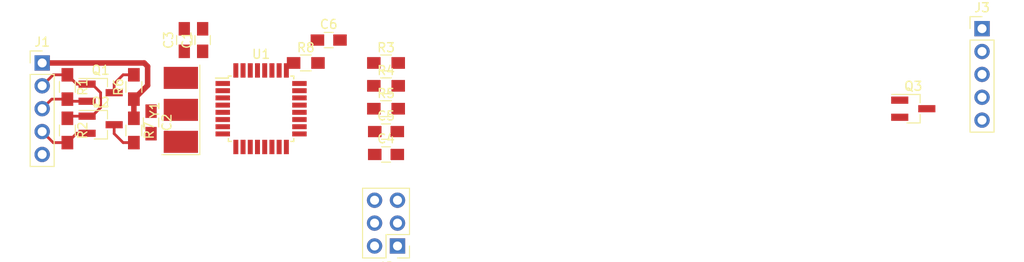
<source format=kicad_pcb>
(kicad_pcb (version 4) (host pcbnew 4.0.7-e2-6376~58~ubuntu16.04.1)

  (general
    (links 56)
    (no_connects 44)
    (area 0 0 0 0)
    (thickness 1.6)
    (drawings 4)
    (tracks 29)
    (zones 0)
    (modules 22)
    (nets 33)
  )

  (page A4)
  (layers
    (0 F.Cu signal)
    (31 B.Cu signal)
    (32 B.Adhes user hide)
    (33 F.Adhes user hide)
    (34 B.Paste user hide)
    (35 F.Paste user hide)
    (36 B.SilkS user hide)
    (37 F.SilkS user hide)
    (38 B.Mask user)
    (39 F.Mask user)
    (40 Dwgs.User user)
    (41 Cmts.User user)
    (42 Eco1.User user)
    (43 Eco2.User user)
    (44 Edge.Cuts user)
    (45 Margin user)
    (46 B.CrtYd user)
    (47 F.CrtYd user)
    (48 B.Fab user)
    (49 F.Fab user)
  )

  (setup
    (last_trace_width 0.1524)
    (trace_clearance 0.1524)
    (zone_clearance 0.1524)
    (zone_45_only no)
    (trace_min 0.1524)
    (segment_width 0.2)
    (edge_width 0.15)
    (via_size 0.6858)
    (via_drill 0.3302)
    (via_min_size 0.6858)
    (via_min_drill 0.3302)
    (uvia_size 0.6858)
    (uvia_drill 0.3302)
    (uvias_allowed no)
    (uvia_min_size 0)
    (uvia_min_drill 0)
    (pcb_text_width 0.3)
    (pcb_text_size 1.5 1.5)
    (mod_edge_width 0.15)
    (mod_text_size 1 1)
    (mod_text_width 0.15)
    (pad_size 1.524 1.524)
    (pad_drill 0.762)
    (pad_to_mask_clearance 0.0508)
    (aux_axis_origin 0 0)
    (visible_elements FFFFFF5F)
    (pcbplotparams
      (layerselection 0x00030_80000001)
      (usegerberextensions false)
      (excludeedgelayer true)
      (linewidth 0.100000)
      (plotframeref false)
      (viasonmask false)
      (mode 1)
      (useauxorigin false)
      (hpglpennumber 1)
      (hpglpenspeed 20)
      (hpglpendiameter 15)
      (hpglpenoverlay 2)
      (psnegative false)
      (psa4output false)
      (plotreference true)
      (plotvalue true)
      (plotinvisibletext false)
      (padsonsilk false)
      (subtractmaskfromsilk false)
      (outputformat 1)
      (mirror false)
      (drillshape 1)
      (scaleselection 1)
      (outputdirectory ""))
  )

  (net 0 "")
  (net 1 +5V)
  (net 2 GND)
  (net 3 "Net-(C5-Pad1)")
  (net 4 RESET)
  (net 5 VCC)
  (net 6 SDA_L)
  (net 7 SCL_L)
  (net 8 MISO)
  (net 9 SCK)
  (net 10 MOSI)
  (net 11 CO)
  (net 12 NH3)
  (net 13 NO2)
  (net 14 +5VA)
  (net 15 SDA_H)
  (net 16 SCL_H)
  (net 17 HEATER_EN)
  (net 18 "Net-(U1-Pad1)")
  (net 19 "Net-(U1-Pad2)")
  (net 20 "Net-(U1-Pad9)")
  (net 21 "Net-(U1-Pad10)")
  (net 22 "Net-(U1-Pad11)")
  (net 23 "Net-(U1-Pad13)")
  (net 24 "Net-(U1-Pad14)")
  (net 25 "Net-(U1-Pad19)")
  (net 26 "Net-(U1-Pad22)")
  (net 27 "Net-(U1-Pad26)")
  (net 28 "Net-(U1-Pad30)")
  (net 29 "Net-(U1-Pad31)")
  (net 30 "Net-(U1-Pad32)")
  (net 31 "Net-(U1-Pad7)")
  (net 32 "Net-(U1-Pad8)")

  (net_class Default "Dies ist die voreingestellte Netzklasse."
    (clearance 0.1524)
    (trace_width 0.1524)
    (via_dia 0.6858)
    (via_drill 0.3302)
    (uvia_dia 0.6858)
    (uvia_drill 0.3302)
    (add_net "Net-(C5-Pad1)")
    (add_net "Net-(U1-Pad1)")
    (add_net "Net-(U1-Pad10)")
    (add_net "Net-(U1-Pad11)")
    (add_net "Net-(U1-Pad13)")
    (add_net "Net-(U1-Pad14)")
    (add_net "Net-(U1-Pad19)")
    (add_net "Net-(U1-Pad2)")
    (add_net "Net-(U1-Pad22)")
    (add_net "Net-(U1-Pad26)")
    (add_net "Net-(U1-Pad30)")
    (add_net "Net-(U1-Pad31)")
    (add_net "Net-(U1-Pad32)")
    (add_net "Net-(U1-Pad7)")
    (add_net "Net-(U1-Pad8)")
    (add_net "Net-(U1-Pad9)")
  )

  (net_class Power ""
    (clearance 0.1524)
    (trace_width 0.6096)
    (via_dia 0.6858)
    (via_drill 0.3302)
    (uvia_dia 0.6858)
    (uvia_drill 0.3302)
    (add_net +5V)
    (add_net +5VA)
    (add_net GND)
  )

  (net_class Signal ""
    (clearance 0.1524)
    (trace_width 0.3048)
    (via_dia 0.6858)
    (via_drill 0.3302)
    (uvia_dia 0.6858)
    (uvia_drill 0.3302)
    (add_net CO)
    (add_net HEATER_EN)
    (add_net MISO)
    (add_net MOSI)
    (add_net NH3)
    (add_net NO2)
    (add_net RESET)
    (add_net SCK)
    (add_net SCL_H)
    (add_net SCL_L)
    (add_net SDA_H)
    (add_net SDA_L)
    (add_net VCC)
  )

  (module Capacitors_SMD:C_0805_HandSoldering (layer F.Cu) (tedit 5A861DA6) (tstamp 5A8619DB)
    (at 111.76 95.25 90)
    (descr "Capacitor SMD 0805, hand soldering")
    (tags "capacitor 0805")
    (path /5A870CE1)
    (attr smd)
    (fp_text reference C1 (at 0 -1.75 270) (layer F.SilkS)
      (effects (font (size 1 1) (thickness 0.15)))
    )
    (fp_text value 100n (at 0 1.75 90) (layer F.Fab)
      (effects (font (size 1 1) (thickness 0.15)))
    )
    (fp_text user %R (at 0 -1.75 90) (layer F.Fab)
      (effects (font (size 1 1) (thickness 0.15)))
    )
    (fp_line (start -1 0.62) (end -1 -0.62) (layer F.Fab) (width 0.1))
    (fp_line (start 1 0.62) (end -1 0.62) (layer F.Fab) (width 0.1))
    (fp_line (start 1 -0.62) (end 1 0.62) (layer F.Fab) (width 0.1))
    (fp_line (start -1 -0.62) (end 1 -0.62) (layer F.Fab) (width 0.1))
    (fp_line (start 0.5 -0.85) (end -0.5 -0.85) (layer F.SilkS) (width 0.12))
    (fp_line (start -0.5 0.85) (end 0.5 0.85) (layer F.SilkS) (width 0.12))
    (fp_line (start -2.25 -0.88) (end 2.25 -0.88) (layer F.CrtYd) (width 0.05))
    (fp_line (start -2.25 -0.88) (end -2.25 0.87) (layer F.CrtYd) (width 0.05))
    (fp_line (start 2.25 0.87) (end 2.25 -0.88) (layer F.CrtYd) (width 0.05))
    (fp_line (start 2.25 0.87) (end -2.25 0.87) (layer F.CrtYd) (width 0.05))
    (pad 1 smd rect (at -1.25 0 90) (size 1.5 1.25) (layers F.Cu F.Paste F.Mask)
      (net 1 +5V))
    (pad 2 smd rect (at 1.25 0 90) (size 1.5 1.25) (layers F.Cu F.Paste F.Mask)
      (net 2 GND))
    (model Capacitors_SMD.3dshapes/C_0805.wrl
      (at (xyz 0 0 0))
      (scale (xyz 1 1 1))
      (rotate (xyz 0 0 0))
    )
  )

  (module Capacitors_SMD:C_0805_HandSoldering (layer F.Cu) (tedit 58AA84A8) (tstamp 5A8619E1)
    (at 106.045 104.394 270)
    (descr "Capacitor SMD 0805, hand soldering")
    (tags "capacitor 0805")
    (path /5A86C618)
    (attr smd)
    (fp_text reference C2 (at 0 -1.75 270) (layer F.SilkS)
      (effects (font (size 1 1) (thickness 0.15)))
    )
    (fp_text value 100n (at 0 1.75 270) (layer F.Fab)
      (effects (font (size 1 1) (thickness 0.15)))
    )
    (fp_text user %R (at 0 -1.75 270) (layer F.Fab)
      (effects (font (size 1 1) (thickness 0.15)))
    )
    (fp_line (start -1 0.62) (end -1 -0.62) (layer F.Fab) (width 0.1))
    (fp_line (start 1 0.62) (end -1 0.62) (layer F.Fab) (width 0.1))
    (fp_line (start 1 -0.62) (end 1 0.62) (layer F.Fab) (width 0.1))
    (fp_line (start -1 -0.62) (end 1 -0.62) (layer F.Fab) (width 0.1))
    (fp_line (start 0.5 -0.85) (end -0.5 -0.85) (layer F.SilkS) (width 0.12))
    (fp_line (start -0.5 0.85) (end 0.5 0.85) (layer F.SilkS) (width 0.12))
    (fp_line (start -2.25 -0.88) (end 2.25 -0.88) (layer F.CrtYd) (width 0.05))
    (fp_line (start -2.25 -0.88) (end -2.25 0.87) (layer F.CrtYd) (width 0.05))
    (fp_line (start 2.25 0.87) (end 2.25 -0.88) (layer F.CrtYd) (width 0.05))
    (fp_line (start 2.25 0.87) (end -2.25 0.87) (layer F.CrtYd) (width 0.05))
    (pad 1 smd rect (at -1.25 0 270) (size 1.5 1.25) (layers F.Cu F.Paste F.Mask)
      (net 1 +5V))
    (pad 2 smd rect (at 1.25 0 270) (size 1.5 1.25) (layers F.Cu F.Paste F.Mask)
      (net 2 GND))
    (model Capacitors_SMD.3dshapes/C_0805.wrl
      (at (xyz 0 0 0))
      (scale (xyz 1 1 1))
      (rotate (xyz 0 0 0))
    )
  )

  (module Capacitors_SMD:C_0805_HandSoldering (layer F.Cu) (tedit 58AA84A8) (tstamp 5A8619E7)
    (at 109.728 95.25 90)
    (descr "Capacitor SMD 0805, hand soldering")
    (tags "capacitor 0805")
    (path /5A870BB7)
    (attr smd)
    (fp_text reference C3 (at 0 -1.75 90) (layer F.SilkS)
      (effects (font (size 1 1) (thickness 0.15)))
    )
    (fp_text value 10n (at 0 1.75 90) (layer F.Fab)
      (effects (font (size 1 1) (thickness 0.15)))
    )
    (fp_text user %R (at 0 -1.75 90) (layer F.Fab)
      (effects (font (size 1 1) (thickness 0.15)))
    )
    (fp_line (start -1 0.62) (end -1 -0.62) (layer F.Fab) (width 0.1))
    (fp_line (start 1 0.62) (end -1 0.62) (layer F.Fab) (width 0.1))
    (fp_line (start 1 -0.62) (end 1 0.62) (layer F.Fab) (width 0.1))
    (fp_line (start -1 -0.62) (end 1 -0.62) (layer F.Fab) (width 0.1))
    (fp_line (start 0.5 -0.85) (end -0.5 -0.85) (layer F.SilkS) (width 0.12))
    (fp_line (start -0.5 0.85) (end 0.5 0.85) (layer F.SilkS) (width 0.12))
    (fp_line (start -2.25 -0.88) (end 2.25 -0.88) (layer F.CrtYd) (width 0.05))
    (fp_line (start -2.25 -0.88) (end -2.25 0.87) (layer F.CrtYd) (width 0.05))
    (fp_line (start 2.25 0.87) (end 2.25 -0.88) (layer F.CrtYd) (width 0.05))
    (fp_line (start 2.25 0.87) (end -2.25 0.87) (layer F.CrtYd) (width 0.05))
    (pad 1 smd rect (at -1.25 0 90) (size 1.5 1.25) (layers F.Cu F.Paste F.Mask)
      (net 1 +5V))
    (pad 2 smd rect (at 1.25 0 90) (size 1.5 1.25) (layers F.Cu F.Paste F.Mask)
      (net 2 GND))
    (model Capacitors_SMD.3dshapes/C_0805.wrl
      (at (xyz 0 0 0))
      (scale (xyz 1 1 1))
      (rotate (xyz 0 0 0))
    )
  )

  (module Capacitors_SMD:C_0805_HandSoldering (layer F.Cu) (tedit 58AA84A8) (tstamp 5A8619ED)
    (at 132.08 107.95)
    (descr "Capacitor SMD 0805, hand soldering")
    (tags "capacitor 0805")
    (path /5A871135)
    (attr smd)
    (fp_text reference C4 (at 0 -1.75) (layer F.SilkS)
      (effects (font (size 1 1) (thickness 0.15)))
    )
    (fp_text value 100n (at 0 1.75) (layer F.Fab)
      (effects (font (size 1 1) (thickness 0.15)))
    )
    (fp_text user %R (at 0 -1.75) (layer F.Fab)
      (effects (font (size 1 1) (thickness 0.15)))
    )
    (fp_line (start -1 0.62) (end -1 -0.62) (layer F.Fab) (width 0.1))
    (fp_line (start 1 0.62) (end -1 0.62) (layer F.Fab) (width 0.1))
    (fp_line (start 1 -0.62) (end 1 0.62) (layer F.Fab) (width 0.1))
    (fp_line (start -1 -0.62) (end 1 -0.62) (layer F.Fab) (width 0.1))
    (fp_line (start 0.5 -0.85) (end -0.5 -0.85) (layer F.SilkS) (width 0.12))
    (fp_line (start -0.5 0.85) (end 0.5 0.85) (layer F.SilkS) (width 0.12))
    (fp_line (start -2.25 -0.88) (end 2.25 -0.88) (layer F.CrtYd) (width 0.05))
    (fp_line (start -2.25 -0.88) (end -2.25 0.87) (layer F.CrtYd) (width 0.05))
    (fp_line (start 2.25 0.87) (end 2.25 -0.88) (layer F.CrtYd) (width 0.05))
    (fp_line (start 2.25 0.87) (end -2.25 0.87) (layer F.CrtYd) (width 0.05))
    (pad 1 smd rect (at -1.25 0) (size 1.5 1.25) (layers F.Cu F.Paste F.Mask)
      (net 1 +5V))
    (pad 2 smd rect (at 1.25 0) (size 1.5 1.25) (layers F.Cu F.Paste F.Mask)
      (net 2 GND))
    (model Capacitors_SMD.3dshapes/C_0805.wrl
      (at (xyz 0 0 0))
      (scale (xyz 1 1 1))
      (rotate (xyz 0 0 0))
    )
  )

  (module Capacitors_SMD:C_0805_HandSoldering (layer F.Cu) (tedit 58AA84A8) (tstamp 5A8619F3)
    (at 132.08 105.41)
    (descr "Capacitor SMD 0805, hand soldering")
    (tags "capacitor 0805")
    (path /5A86EB3D)
    (attr smd)
    (fp_text reference C5 (at 0 -1.75) (layer F.SilkS)
      (effects (font (size 1 1) (thickness 0.15)))
    )
    (fp_text value 100n (at 0 1.75) (layer F.Fab)
      (effects (font (size 1 1) (thickness 0.15)))
    )
    (fp_text user %R (at 0 -1.75) (layer F.Fab)
      (effects (font (size 1 1) (thickness 0.15)))
    )
    (fp_line (start -1 0.62) (end -1 -0.62) (layer F.Fab) (width 0.1))
    (fp_line (start 1 0.62) (end -1 0.62) (layer F.Fab) (width 0.1))
    (fp_line (start 1 -0.62) (end 1 0.62) (layer F.Fab) (width 0.1))
    (fp_line (start -1 -0.62) (end 1 -0.62) (layer F.Fab) (width 0.1))
    (fp_line (start 0.5 -0.85) (end -0.5 -0.85) (layer F.SilkS) (width 0.12))
    (fp_line (start -0.5 0.85) (end 0.5 0.85) (layer F.SilkS) (width 0.12))
    (fp_line (start -2.25 -0.88) (end 2.25 -0.88) (layer F.CrtYd) (width 0.05))
    (fp_line (start -2.25 -0.88) (end -2.25 0.87) (layer F.CrtYd) (width 0.05))
    (fp_line (start 2.25 0.87) (end 2.25 -0.88) (layer F.CrtYd) (width 0.05))
    (fp_line (start 2.25 0.87) (end -2.25 0.87) (layer F.CrtYd) (width 0.05))
    (pad 1 smd rect (at -1.25 0) (size 1.5 1.25) (layers F.Cu F.Paste F.Mask)
      (net 3 "Net-(C5-Pad1)"))
    (pad 2 smd rect (at 1.25 0) (size 1.5 1.25) (layers F.Cu F.Paste F.Mask)
      (net 2 GND))
    (model Capacitors_SMD.3dshapes/C_0805.wrl
      (at (xyz 0 0 0))
      (scale (xyz 1 1 1))
      (rotate (xyz 0 0 0))
    )
  )

  (module Capacitors_SMD:C_0805_HandSoldering (layer F.Cu) (tedit 58AA84A8) (tstamp 5A8619F9)
    (at 125.73 95.25)
    (descr "Capacitor SMD 0805, hand soldering")
    (tags "capacitor 0805")
    (path /5A87D267)
    (attr smd)
    (fp_text reference C6 (at 0 -1.75) (layer F.SilkS)
      (effects (font (size 1 1) (thickness 0.15)))
    )
    (fp_text value 100n (at 0 1.75) (layer F.Fab)
      (effects (font (size 1 1) (thickness 0.15)))
    )
    (fp_text user %R (at 0 -1.75) (layer F.Fab)
      (effects (font (size 1 1) (thickness 0.15)))
    )
    (fp_line (start -1 0.62) (end -1 -0.62) (layer F.Fab) (width 0.1))
    (fp_line (start 1 0.62) (end -1 0.62) (layer F.Fab) (width 0.1))
    (fp_line (start 1 -0.62) (end 1 0.62) (layer F.Fab) (width 0.1))
    (fp_line (start -1 -0.62) (end 1 -0.62) (layer F.Fab) (width 0.1))
    (fp_line (start 0.5 -0.85) (end -0.5 -0.85) (layer F.SilkS) (width 0.12))
    (fp_line (start -0.5 0.85) (end 0.5 0.85) (layer F.SilkS) (width 0.12))
    (fp_line (start -2.25 -0.88) (end 2.25 -0.88) (layer F.CrtYd) (width 0.05))
    (fp_line (start -2.25 -0.88) (end -2.25 0.87) (layer F.CrtYd) (width 0.05))
    (fp_line (start 2.25 0.87) (end 2.25 -0.88) (layer F.CrtYd) (width 0.05))
    (fp_line (start 2.25 0.87) (end -2.25 0.87) (layer F.CrtYd) (width 0.05))
    (pad 1 smd rect (at -1.25 0) (size 1.5 1.25) (layers F.Cu F.Paste F.Mask)
      (net 4 RESET))
    (pad 2 smd rect (at 1.25 0) (size 1.5 1.25) (layers F.Cu F.Paste F.Mask)
      (net 2 GND))
    (model Capacitors_SMD.3dshapes/C_0805.wrl
      (at (xyz 0 0 0))
      (scale (xyz 1 1 1))
      (rotate (xyz 0 0 0))
    )
  )

  (module Pin_Headers:Pin_Header_Straight_2x03_Pitch2.54mm (layer F.Cu) (tedit 59650532) (tstamp 5A861A18)
    (at 133.35 118.11 180)
    (descr "Through hole straight pin header, 2x03, 2.54mm pitch, double rows")
    (tags "Through hole pin header THT 2x03 2.54mm double row")
    (path /5A865637)
    (fp_text reference J2 (at 1.27 -2.33 180) (layer F.SilkS)
      (effects (font (size 1 1) (thickness 0.15)))
    )
    (fp_text value ICSP1 (at 1.27 7.41 180) (layer F.Fab)
      (effects (font (size 1 1) (thickness 0.15)))
    )
    (fp_line (start 0 -1.27) (end 3.81 -1.27) (layer F.Fab) (width 0.1))
    (fp_line (start 3.81 -1.27) (end 3.81 6.35) (layer F.Fab) (width 0.1))
    (fp_line (start 3.81 6.35) (end -1.27 6.35) (layer F.Fab) (width 0.1))
    (fp_line (start -1.27 6.35) (end -1.27 0) (layer F.Fab) (width 0.1))
    (fp_line (start -1.27 0) (end 0 -1.27) (layer F.Fab) (width 0.1))
    (fp_line (start -1.33 6.41) (end 3.87 6.41) (layer F.SilkS) (width 0.12))
    (fp_line (start -1.33 1.27) (end -1.33 6.41) (layer F.SilkS) (width 0.12))
    (fp_line (start 3.87 -1.33) (end 3.87 6.41) (layer F.SilkS) (width 0.12))
    (fp_line (start -1.33 1.27) (end 1.27 1.27) (layer F.SilkS) (width 0.12))
    (fp_line (start 1.27 1.27) (end 1.27 -1.33) (layer F.SilkS) (width 0.12))
    (fp_line (start 1.27 -1.33) (end 3.87 -1.33) (layer F.SilkS) (width 0.12))
    (fp_line (start -1.33 0) (end -1.33 -1.33) (layer F.SilkS) (width 0.12))
    (fp_line (start -1.33 -1.33) (end 0 -1.33) (layer F.SilkS) (width 0.12))
    (fp_line (start -1.8 -1.8) (end -1.8 6.85) (layer F.CrtYd) (width 0.05))
    (fp_line (start -1.8 6.85) (end 4.35 6.85) (layer F.CrtYd) (width 0.05))
    (fp_line (start 4.35 6.85) (end 4.35 -1.8) (layer F.CrtYd) (width 0.05))
    (fp_line (start 4.35 -1.8) (end -1.8 -1.8) (layer F.CrtYd) (width 0.05))
    (fp_text user %R (at 1.27 2.54 270) (layer F.Fab)
      (effects (font (size 1 1) (thickness 0.15)))
    )
    (pad 1 thru_hole rect (at 0 0 180) (size 1.7 1.7) (drill 1) (layers *.Cu *.Mask)
      (net 8 MISO))
    (pad 2 thru_hole oval (at 2.54 0 180) (size 1.7 1.7) (drill 1) (layers *.Cu *.Mask)
      (net 1 +5V))
    (pad 3 thru_hole oval (at 0 2.54 180) (size 1.7 1.7) (drill 1) (layers *.Cu *.Mask)
      (net 9 SCK))
    (pad 4 thru_hole oval (at 2.54 2.54 180) (size 1.7 1.7) (drill 1) (layers *.Cu *.Mask)
      (net 10 MOSI))
    (pad 5 thru_hole oval (at 0 5.08 180) (size 1.7 1.7) (drill 1) (layers *.Cu *.Mask)
      (net 4 RESET))
    (pad 6 thru_hole oval (at 2.54 5.08 180) (size 1.7 1.7) (drill 1) (layers *.Cu *.Mask)
      (net 2 GND))
    (model ${KISYS3DMOD}/Pin_Headers.3dshapes/Pin_Header_Straight_2x03_Pitch2.54mm.wrl
      (at (xyz 0 0 0))
      (scale (xyz 1 1 1))
      (rotate (xyz 0 0 0))
    )
  )

  (module Socket_Strips:Socket_Strip_Straight_1x05_Pitch2.54mm (layer F.Cu) (tedit 58CD5446) (tstamp 5A861A21)
    (at 198.12 93.98)
    (descr "Through hole straight socket strip, 1x05, 2.54mm pitch, single row")
    (tags "Through hole socket strip THT 1x05 2.54mm single row")
    (path /5A85F1CF)
    (fp_text reference J3 (at 0 -2.33) (layer F.SilkS)
      (effects (font (size 1 1) (thickness 0.15)))
    )
    (fp_text value Conn_01x05 (at 0 12.49) (layer F.Fab)
      (effects (font (size 1 1) (thickness 0.15)))
    )
    (fp_line (start -1.27 -1.27) (end -1.27 11.43) (layer F.Fab) (width 0.1))
    (fp_line (start -1.27 11.43) (end 1.27 11.43) (layer F.Fab) (width 0.1))
    (fp_line (start 1.27 11.43) (end 1.27 -1.27) (layer F.Fab) (width 0.1))
    (fp_line (start 1.27 -1.27) (end -1.27 -1.27) (layer F.Fab) (width 0.1))
    (fp_line (start -1.33 1.27) (end -1.33 11.49) (layer F.SilkS) (width 0.12))
    (fp_line (start -1.33 11.49) (end 1.33 11.49) (layer F.SilkS) (width 0.12))
    (fp_line (start 1.33 11.49) (end 1.33 1.27) (layer F.SilkS) (width 0.12))
    (fp_line (start 1.33 1.27) (end -1.33 1.27) (layer F.SilkS) (width 0.12))
    (fp_line (start -1.33 0) (end -1.33 -1.33) (layer F.SilkS) (width 0.12))
    (fp_line (start -1.33 -1.33) (end 0 -1.33) (layer F.SilkS) (width 0.12))
    (fp_line (start -1.8 -1.8) (end -1.8 11.95) (layer F.CrtYd) (width 0.05))
    (fp_line (start -1.8 11.95) (end 1.8 11.95) (layer F.CrtYd) (width 0.05))
    (fp_line (start 1.8 11.95) (end 1.8 -1.8) (layer F.CrtYd) (width 0.05))
    (fp_line (start 1.8 -1.8) (end -1.8 -1.8) (layer F.CrtYd) (width 0.05))
    (fp_text user %R (at 0 -2.33) (layer F.Fab)
      (effects (font (size 1 1) (thickness 0.15)))
    )
    (pad 1 thru_hole rect (at 0 0) (size 1.7 1.7) (drill 1) (layers *.Cu *.Mask)
      (net 11 CO))
    (pad 2 thru_hole oval (at 0 2.54) (size 1.7 1.7) (drill 1) (layers *.Cu *.Mask)
      (net 12 NH3))
    (pad 3 thru_hole oval (at 0 5.08) (size 1.7 1.7) (drill 1) (layers *.Cu *.Mask)
      (net 13 NO2))
    (pad 4 thru_hole oval (at 0 7.62) (size 1.7 1.7) (drill 1) (layers *.Cu *.Mask)
      (net 14 +5VA))
    (pad 5 thru_hole oval (at 0 10.16) (size 1.7 1.7) (drill 1) (layers *.Cu *.Mask)
      (net 2 GND))
    (model ${KISYS3DMOD}/Socket_Strips.3dshapes/Socket_Strip_Straight_1x05_Pitch2.54mm.wrl
      (at (xyz 0 -0.2 0))
      (scale (xyz 1 1 1))
      (rotate (xyz 0 0 270))
    )
  )

  (module TO_SOT_Packages_SMD:SOT-23_Handsoldering (layer F.Cu) (tedit 58CE4E7E) (tstamp 5A861A28)
    (at 100.457 101.092)
    (descr "SOT-23, Handsoldering")
    (tags SOT-23)
    (path /5A8607AE)
    (attr smd)
    (fp_text reference Q1 (at 0 -2.5) (layer F.SilkS)
      (effects (font (size 1 1) (thickness 0.15)))
    )
    (fp_text value BSS138 (at 0 2.5) (layer F.Fab)
      (effects (font (size 1 1) (thickness 0.15)))
    )
    (fp_text user %R (at 0 0 90) (layer F.Fab)
      (effects (font (size 0.5 0.5) (thickness 0.075)))
    )
    (fp_line (start 0.76 1.58) (end 0.76 0.65) (layer F.SilkS) (width 0.12))
    (fp_line (start 0.76 -1.58) (end 0.76 -0.65) (layer F.SilkS) (width 0.12))
    (fp_line (start -2.7 -1.75) (end 2.7 -1.75) (layer F.CrtYd) (width 0.05))
    (fp_line (start 2.7 -1.75) (end 2.7 1.75) (layer F.CrtYd) (width 0.05))
    (fp_line (start 2.7 1.75) (end -2.7 1.75) (layer F.CrtYd) (width 0.05))
    (fp_line (start -2.7 1.75) (end -2.7 -1.75) (layer F.CrtYd) (width 0.05))
    (fp_line (start 0.76 -1.58) (end -2.4 -1.58) (layer F.SilkS) (width 0.12))
    (fp_line (start -0.7 -0.95) (end -0.7 1.5) (layer F.Fab) (width 0.1))
    (fp_line (start -0.15 -1.52) (end 0.7 -1.52) (layer F.Fab) (width 0.1))
    (fp_line (start -0.7 -0.95) (end -0.15 -1.52) (layer F.Fab) (width 0.1))
    (fp_line (start 0.7 -1.52) (end 0.7 1.52) (layer F.Fab) (width 0.1))
    (fp_line (start -0.7 1.52) (end 0.7 1.52) (layer F.Fab) (width 0.1))
    (fp_line (start 0.76 1.58) (end -0.7 1.58) (layer F.SilkS) (width 0.12))
    (pad 1 smd rect (at -1.5 -0.95) (size 1.9 0.8) (layers F.Cu F.Paste F.Mask)
      (net 5 VCC))
    (pad 2 smd rect (at -1.5 0.95) (size 1.9 0.8) (layers F.Cu F.Paste F.Mask)
      (net 6 SDA_L))
    (pad 3 smd rect (at 1.5 0) (size 1.9 0.8) (layers F.Cu F.Paste F.Mask)
      (net 15 SDA_H))
    (model ${KISYS3DMOD}/TO_SOT_Packages_SMD.3dshapes\SOT-23.wrl
      (at (xyz 0 0 0))
      (scale (xyz 1 1 1))
      (rotate (xyz 0 0 0))
    )
  )

  (module TO_SOT_Packages_SMD:SOT-23_Handsoldering (layer F.Cu) (tedit 58CE4E7E) (tstamp 5A861A2F)
    (at 100.457 104.648)
    (descr "SOT-23, Handsoldering")
    (tags SOT-23)
    (path /5A860837)
    (attr smd)
    (fp_text reference Q2 (at 0 -2.5) (layer F.SilkS)
      (effects (font (size 1 1) (thickness 0.15)))
    )
    (fp_text value BSS138 (at 0 2.5) (layer F.Fab)
      (effects (font (size 1 1) (thickness 0.15)))
    )
    (fp_text user %R (at 0 0 90) (layer F.Fab)
      (effects (font (size 0.5 0.5) (thickness 0.075)))
    )
    (fp_line (start 0.76 1.58) (end 0.76 0.65) (layer F.SilkS) (width 0.12))
    (fp_line (start 0.76 -1.58) (end 0.76 -0.65) (layer F.SilkS) (width 0.12))
    (fp_line (start -2.7 -1.75) (end 2.7 -1.75) (layer F.CrtYd) (width 0.05))
    (fp_line (start 2.7 -1.75) (end 2.7 1.75) (layer F.CrtYd) (width 0.05))
    (fp_line (start 2.7 1.75) (end -2.7 1.75) (layer F.CrtYd) (width 0.05))
    (fp_line (start -2.7 1.75) (end -2.7 -1.75) (layer F.CrtYd) (width 0.05))
    (fp_line (start 0.76 -1.58) (end -2.4 -1.58) (layer F.SilkS) (width 0.12))
    (fp_line (start -0.7 -0.95) (end -0.7 1.5) (layer F.Fab) (width 0.1))
    (fp_line (start -0.15 -1.52) (end 0.7 -1.52) (layer F.Fab) (width 0.1))
    (fp_line (start -0.7 -0.95) (end -0.15 -1.52) (layer F.Fab) (width 0.1))
    (fp_line (start 0.7 -1.52) (end 0.7 1.52) (layer F.Fab) (width 0.1))
    (fp_line (start -0.7 1.52) (end 0.7 1.52) (layer F.Fab) (width 0.1))
    (fp_line (start 0.76 1.58) (end -0.7 1.58) (layer F.SilkS) (width 0.12))
    (pad 1 smd rect (at -1.5 -0.95) (size 1.9 0.8) (layers F.Cu F.Paste F.Mask)
      (net 5 VCC))
    (pad 2 smd rect (at -1.5 0.95) (size 1.9 0.8) (layers F.Cu F.Paste F.Mask)
      (net 7 SCL_L))
    (pad 3 smd rect (at 1.5 0) (size 1.9 0.8) (layers F.Cu F.Paste F.Mask)
      (net 16 SCL_H))
    (model ${KISYS3DMOD}/TO_SOT_Packages_SMD.3dshapes\SOT-23.wrl
      (at (xyz 0 0 0))
      (scale (xyz 1 1 1))
      (rotate (xyz 0 0 0))
    )
  )

  (module TO_SOT_Packages_SMD:SOT-23_Handsoldering (layer F.Cu) (tedit 58CE4E7E) (tstamp 5A861A36)
    (at 190.5 102.87)
    (descr "SOT-23, Handsoldering")
    (tags SOT-23)
    (path /5A875453)
    (attr smd)
    (fp_text reference Q3 (at 0 -2.5) (layer F.SilkS)
      (effects (font (size 1 1) (thickness 0.15)))
    )
    (fp_text value Si2301 (at 0 2.5) (layer F.Fab)
      (effects (font (size 1 1) (thickness 0.15)))
    )
    (fp_text user %R (at 0 0 90) (layer F.Fab)
      (effects (font (size 0.5 0.5) (thickness 0.075)))
    )
    (fp_line (start 0.76 1.58) (end 0.76 0.65) (layer F.SilkS) (width 0.12))
    (fp_line (start 0.76 -1.58) (end 0.76 -0.65) (layer F.SilkS) (width 0.12))
    (fp_line (start -2.7 -1.75) (end 2.7 -1.75) (layer F.CrtYd) (width 0.05))
    (fp_line (start 2.7 -1.75) (end 2.7 1.75) (layer F.CrtYd) (width 0.05))
    (fp_line (start 2.7 1.75) (end -2.7 1.75) (layer F.CrtYd) (width 0.05))
    (fp_line (start -2.7 1.75) (end -2.7 -1.75) (layer F.CrtYd) (width 0.05))
    (fp_line (start 0.76 -1.58) (end -2.4 -1.58) (layer F.SilkS) (width 0.12))
    (fp_line (start -0.7 -0.95) (end -0.7 1.5) (layer F.Fab) (width 0.1))
    (fp_line (start -0.15 -1.52) (end 0.7 -1.52) (layer F.Fab) (width 0.1))
    (fp_line (start -0.7 -0.95) (end -0.15 -1.52) (layer F.Fab) (width 0.1))
    (fp_line (start 0.7 -1.52) (end 0.7 1.52) (layer F.Fab) (width 0.1))
    (fp_line (start -0.7 1.52) (end 0.7 1.52) (layer F.Fab) (width 0.1))
    (fp_line (start 0.76 1.58) (end -0.7 1.58) (layer F.SilkS) (width 0.12))
    (pad 1 smd rect (at -1.5 -0.95) (size 1.9 0.8) (layers F.Cu F.Paste F.Mask)
      (net 17 HEATER_EN))
    (pad 2 smd rect (at -1.5 0.95) (size 1.9 0.8) (layers F.Cu F.Paste F.Mask)
      (net 1 +5V))
    (pad 3 smd rect (at 1.5 0) (size 1.9 0.8) (layers F.Cu F.Paste F.Mask)
      (net 14 +5VA))
    (model ${KISYS3DMOD}/TO_SOT_Packages_SMD.3dshapes\SOT-23.wrl
      (at (xyz 0 0 0))
      (scale (xyz 1 1 1))
      (rotate (xyz 0 0 0))
    )
  )

  (module Resistors_SMD:R_0805_HandSoldering (layer F.Cu) (tedit 58E0A804) (tstamp 5A861A3C)
    (at 96.774 100.457 270)
    (descr "Resistor SMD 0805, hand soldering")
    (tags "resistor 0805")
    (path /5A860C70)
    (attr smd)
    (fp_text reference R1 (at 0 -1.7 270) (layer F.SilkS)
      (effects (font (size 1 1) (thickness 0.15)))
    )
    (fp_text value 10k (at 0 1.75 270) (layer F.Fab)
      (effects (font (size 1 1) (thickness 0.15)))
    )
    (fp_text user %R (at 0 0 270) (layer F.Fab)
      (effects (font (size 0.5 0.5) (thickness 0.075)))
    )
    (fp_line (start -1 0.62) (end -1 -0.62) (layer F.Fab) (width 0.1))
    (fp_line (start 1 0.62) (end -1 0.62) (layer F.Fab) (width 0.1))
    (fp_line (start 1 -0.62) (end 1 0.62) (layer F.Fab) (width 0.1))
    (fp_line (start -1 -0.62) (end 1 -0.62) (layer F.Fab) (width 0.1))
    (fp_line (start 0.6 0.88) (end -0.6 0.88) (layer F.SilkS) (width 0.12))
    (fp_line (start -0.6 -0.88) (end 0.6 -0.88) (layer F.SilkS) (width 0.12))
    (fp_line (start -2.35 -0.9) (end 2.35 -0.9) (layer F.CrtYd) (width 0.05))
    (fp_line (start -2.35 -0.9) (end -2.35 0.9) (layer F.CrtYd) (width 0.05))
    (fp_line (start 2.35 0.9) (end 2.35 -0.9) (layer F.CrtYd) (width 0.05))
    (fp_line (start 2.35 0.9) (end -2.35 0.9) (layer F.CrtYd) (width 0.05))
    (pad 1 smd rect (at -1.35 0 270) (size 1.5 1.3) (layers F.Cu F.Paste F.Mask)
      (net 5 VCC))
    (pad 2 smd rect (at 1.35 0 270) (size 1.5 1.3) (layers F.Cu F.Paste F.Mask)
      (net 6 SDA_L))
    (model ${KISYS3DMOD}/Resistors_SMD.3dshapes/R_0805.wrl
      (at (xyz 0 0 0))
      (scale (xyz 1 1 1))
      (rotate (xyz 0 0 0))
    )
  )

  (module Resistors_SMD:R_0805_HandSoldering (layer F.Cu) (tedit 58E0A804) (tstamp 5A861A42)
    (at 96.774 105.283 270)
    (descr "Resistor SMD 0805, hand soldering")
    (tags "resistor 0805")
    (path /5A860CDF)
    (attr smd)
    (fp_text reference R2 (at 0 -1.7 270) (layer F.SilkS)
      (effects (font (size 1 1) (thickness 0.15)))
    )
    (fp_text value 10k (at 0 1.75 270) (layer F.Fab)
      (effects (font (size 1 1) (thickness 0.15)))
    )
    (fp_text user %R (at 0 0 270) (layer F.Fab)
      (effects (font (size 0.5 0.5) (thickness 0.075)))
    )
    (fp_line (start -1 0.62) (end -1 -0.62) (layer F.Fab) (width 0.1))
    (fp_line (start 1 0.62) (end -1 0.62) (layer F.Fab) (width 0.1))
    (fp_line (start 1 -0.62) (end 1 0.62) (layer F.Fab) (width 0.1))
    (fp_line (start -1 -0.62) (end 1 -0.62) (layer F.Fab) (width 0.1))
    (fp_line (start 0.6 0.88) (end -0.6 0.88) (layer F.SilkS) (width 0.12))
    (fp_line (start -0.6 -0.88) (end 0.6 -0.88) (layer F.SilkS) (width 0.12))
    (fp_line (start -2.35 -0.9) (end 2.35 -0.9) (layer F.CrtYd) (width 0.05))
    (fp_line (start -2.35 -0.9) (end -2.35 0.9) (layer F.CrtYd) (width 0.05))
    (fp_line (start 2.35 0.9) (end 2.35 -0.9) (layer F.CrtYd) (width 0.05))
    (fp_line (start 2.35 0.9) (end -2.35 0.9) (layer F.CrtYd) (width 0.05))
    (pad 1 smd rect (at -1.35 0 270) (size 1.5 1.3) (layers F.Cu F.Paste F.Mask)
      (net 5 VCC))
    (pad 2 smd rect (at 1.35 0 270) (size 1.5 1.3) (layers F.Cu F.Paste F.Mask)
      (net 7 SCL_L))
    (model ${KISYS3DMOD}/Resistors_SMD.3dshapes/R_0805.wrl
      (at (xyz 0 0 0))
      (scale (xyz 1 1 1))
      (rotate (xyz 0 0 0))
    )
  )

  (module Resistors_SMD:R_0805_HandSoldering (layer F.Cu) (tedit 58E0A804) (tstamp 5A861A48)
    (at 132.08 97.79)
    (descr "Resistor SMD 0805, hand soldering")
    (tags "resistor 0805")
    (path /5A872A50)
    (attr smd)
    (fp_text reference R3 (at 0 -1.7) (layer F.SilkS)
      (effects (font (size 1 1) (thickness 0.15)))
    )
    (fp_text value 10k (at 0 1.75) (layer F.Fab)
      (effects (font (size 1 1) (thickness 0.15)))
    )
    (fp_text user %R (at 0 0) (layer F.Fab)
      (effects (font (size 0.5 0.5) (thickness 0.075)))
    )
    (fp_line (start -1 0.62) (end -1 -0.62) (layer F.Fab) (width 0.1))
    (fp_line (start 1 0.62) (end -1 0.62) (layer F.Fab) (width 0.1))
    (fp_line (start 1 -0.62) (end 1 0.62) (layer F.Fab) (width 0.1))
    (fp_line (start -1 -0.62) (end 1 -0.62) (layer F.Fab) (width 0.1))
    (fp_line (start 0.6 0.88) (end -0.6 0.88) (layer F.SilkS) (width 0.12))
    (fp_line (start -0.6 -0.88) (end 0.6 -0.88) (layer F.SilkS) (width 0.12))
    (fp_line (start -2.35 -0.9) (end 2.35 -0.9) (layer F.CrtYd) (width 0.05))
    (fp_line (start -2.35 -0.9) (end -2.35 0.9) (layer F.CrtYd) (width 0.05))
    (fp_line (start 2.35 0.9) (end 2.35 -0.9) (layer F.CrtYd) (width 0.05))
    (fp_line (start 2.35 0.9) (end -2.35 0.9) (layer F.CrtYd) (width 0.05))
    (pad 1 smd rect (at -1.35 0) (size 1.5 1.3) (layers F.Cu F.Paste F.Mask)
      (net 13 NO2))
    (pad 2 smd rect (at 1.35 0) (size 1.5 1.3) (layers F.Cu F.Paste F.Mask)
      (net 1 +5V))
    (model ${KISYS3DMOD}/Resistors_SMD.3dshapes/R_0805.wrl
      (at (xyz 0 0 0))
      (scale (xyz 1 1 1))
      (rotate (xyz 0 0 0))
    )
  )

  (module Resistors_SMD:R_0805_HandSoldering (layer F.Cu) (tedit 58E0A804) (tstamp 5A861A4E)
    (at 132.08 100.33)
    (descr "Resistor SMD 0805, hand soldering")
    (tags "resistor 0805")
    (path /5A872CF7)
    (attr smd)
    (fp_text reference R4 (at 0 -1.7) (layer F.SilkS)
      (effects (font (size 1 1) (thickness 0.15)))
    )
    (fp_text value 560k (at 0 1.75) (layer F.Fab)
      (effects (font (size 1 1) (thickness 0.15)))
    )
    (fp_text user %R (at 0 0) (layer F.Fab)
      (effects (font (size 0.5 0.5) (thickness 0.075)))
    )
    (fp_line (start -1 0.62) (end -1 -0.62) (layer F.Fab) (width 0.1))
    (fp_line (start 1 0.62) (end -1 0.62) (layer F.Fab) (width 0.1))
    (fp_line (start 1 -0.62) (end 1 0.62) (layer F.Fab) (width 0.1))
    (fp_line (start -1 -0.62) (end 1 -0.62) (layer F.Fab) (width 0.1))
    (fp_line (start 0.6 0.88) (end -0.6 0.88) (layer F.SilkS) (width 0.12))
    (fp_line (start -0.6 -0.88) (end 0.6 -0.88) (layer F.SilkS) (width 0.12))
    (fp_line (start -2.35 -0.9) (end 2.35 -0.9) (layer F.CrtYd) (width 0.05))
    (fp_line (start -2.35 -0.9) (end -2.35 0.9) (layer F.CrtYd) (width 0.05))
    (fp_line (start 2.35 0.9) (end 2.35 -0.9) (layer F.CrtYd) (width 0.05))
    (fp_line (start 2.35 0.9) (end -2.35 0.9) (layer F.CrtYd) (width 0.05))
    (pad 1 smd rect (at -1.35 0) (size 1.5 1.3) (layers F.Cu F.Paste F.Mask)
      (net 11 CO))
    (pad 2 smd rect (at 1.35 0) (size 1.5 1.3) (layers F.Cu F.Paste F.Mask)
      (net 1 +5V))
    (model ${KISYS3DMOD}/Resistors_SMD.3dshapes/R_0805.wrl
      (at (xyz 0 0 0))
      (scale (xyz 1 1 1))
      (rotate (xyz 0 0 0))
    )
  )

  (module Resistors_SMD:R_0805_HandSoldering (layer F.Cu) (tedit 58E0A804) (tstamp 5A861A54)
    (at 132.08 102.87)
    (descr "Resistor SMD 0805, hand soldering")
    (tags "resistor 0805")
    (path /5A872D91)
    (attr smd)
    (fp_text reference R5 (at 0 -1.7) (layer F.SilkS)
      (effects (font (size 1 1) (thickness 0.15)))
    )
    (fp_text value 470k (at 0 1.75) (layer F.Fab)
      (effects (font (size 1 1) (thickness 0.15)))
    )
    (fp_text user %R (at 0 0) (layer F.Fab)
      (effects (font (size 0.5 0.5) (thickness 0.075)))
    )
    (fp_line (start -1 0.62) (end -1 -0.62) (layer F.Fab) (width 0.1))
    (fp_line (start 1 0.62) (end -1 0.62) (layer F.Fab) (width 0.1))
    (fp_line (start 1 -0.62) (end 1 0.62) (layer F.Fab) (width 0.1))
    (fp_line (start -1 -0.62) (end 1 -0.62) (layer F.Fab) (width 0.1))
    (fp_line (start 0.6 0.88) (end -0.6 0.88) (layer F.SilkS) (width 0.12))
    (fp_line (start -0.6 -0.88) (end 0.6 -0.88) (layer F.SilkS) (width 0.12))
    (fp_line (start -2.35 -0.9) (end 2.35 -0.9) (layer F.CrtYd) (width 0.05))
    (fp_line (start -2.35 -0.9) (end -2.35 0.9) (layer F.CrtYd) (width 0.05))
    (fp_line (start 2.35 0.9) (end 2.35 -0.9) (layer F.CrtYd) (width 0.05))
    (fp_line (start 2.35 0.9) (end -2.35 0.9) (layer F.CrtYd) (width 0.05))
    (pad 1 smd rect (at -1.35 0) (size 1.5 1.3) (layers F.Cu F.Paste F.Mask)
      (net 12 NH3))
    (pad 2 smd rect (at 1.35 0) (size 1.5 1.3) (layers F.Cu F.Paste F.Mask)
      (net 1 +5V))
    (model ${KISYS3DMOD}/Resistors_SMD.3dshapes/R_0805.wrl
      (at (xyz 0 0 0))
      (scale (xyz 1 1 1))
      (rotate (xyz 0 0 0))
    )
  )

  (module Resistors_SMD:R_0805_HandSoldering (layer F.Cu) (tedit 58E0A804) (tstamp 5A861A5A)
    (at 104.14 100.457 90)
    (descr "Resistor SMD 0805, hand soldering")
    (tags "resistor 0805")
    (path /5A860D16)
    (attr smd)
    (fp_text reference R6 (at 0 -1.7 90) (layer F.SilkS)
      (effects (font (size 1 1) (thickness 0.15)))
    )
    (fp_text value 10k (at 0 1.75 90) (layer F.Fab)
      (effects (font (size 1 1) (thickness 0.15)))
    )
    (fp_text user %R (at 0 0 90) (layer F.Fab)
      (effects (font (size 0.5 0.5) (thickness 0.075)))
    )
    (fp_line (start -1 0.62) (end -1 -0.62) (layer F.Fab) (width 0.1))
    (fp_line (start 1 0.62) (end -1 0.62) (layer F.Fab) (width 0.1))
    (fp_line (start 1 -0.62) (end 1 0.62) (layer F.Fab) (width 0.1))
    (fp_line (start -1 -0.62) (end 1 -0.62) (layer F.Fab) (width 0.1))
    (fp_line (start 0.6 0.88) (end -0.6 0.88) (layer F.SilkS) (width 0.12))
    (fp_line (start -0.6 -0.88) (end 0.6 -0.88) (layer F.SilkS) (width 0.12))
    (fp_line (start -2.35 -0.9) (end 2.35 -0.9) (layer F.CrtYd) (width 0.05))
    (fp_line (start -2.35 -0.9) (end -2.35 0.9) (layer F.CrtYd) (width 0.05))
    (fp_line (start 2.35 0.9) (end 2.35 -0.9) (layer F.CrtYd) (width 0.05))
    (fp_line (start 2.35 0.9) (end -2.35 0.9) (layer F.CrtYd) (width 0.05))
    (pad 1 smd rect (at -1.35 0 90) (size 1.5 1.3) (layers F.Cu F.Paste F.Mask)
      (net 1 +5V))
    (pad 2 smd rect (at 1.35 0 90) (size 1.5 1.3) (layers F.Cu F.Paste F.Mask)
      (net 15 SDA_H))
    (model ${KISYS3DMOD}/Resistors_SMD.3dshapes/R_0805.wrl
      (at (xyz 0 0 0))
      (scale (xyz 1 1 1))
      (rotate (xyz 0 0 0))
    )
  )

  (module Resistors_SMD:R_0805_HandSoldering (layer F.Cu) (tedit 58E0A804) (tstamp 5A861A60)
    (at 104.14 105.283 270)
    (descr "Resistor SMD 0805, hand soldering")
    (tags "resistor 0805")
    (path /5A860D61)
    (attr smd)
    (fp_text reference R7 (at 0 -1.7 270) (layer F.SilkS)
      (effects (font (size 1 1) (thickness 0.15)))
    )
    (fp_text value 10k (at 0 1.75 270) (layer F.Fab)
      (effects (font (size 1 1) (thickness 0.15)))
    )
    (fp_text user %R (at 0 0 270) (layer F.Fab)
      (effects (font (size 0.5 0.5) (thickness 0.075)))
    )
    (fp_line (start -1 0.62) (end -1 -0.62) (layer F.Fab) (width 0.1))
    (fp_line (start 1 0.62) (end -1 0.62) (layer F.Fab) (width 0.1))
    (fp_line (start 1 -0.62) (end 1 0.62) (layer F.Fab) (width 0.1))
    (fp_line (start -1 -0.62) (end 1 -0.62) (layer F.Fab) (width 0.1))
    (fp_line (start 0.6 0.88) (end -0.6 0.88) (layer F.SilkS) (width 0.12))
    (fp_line (start -0.6 -0.88) (end 0.6 -0.88) (layer F.SilkS) (width 0.12))
    (fp_line (start -2.35 -0.9) (end 2.35 -0.9) (layer F.CrtYd) (width 0.05))
    (fp_line (start -2.35 -0.9) (end -2.35 0.9) (layer F.CrtYd) (width 0.05))
    (fp_line (start 2.35 0.9) (end 2.35 -0.9) (layer F.CrtYd) (width 0.05))
    (fp_line (start 2.35 0.9) (end -2.35 0.9) (layer F.CrtYd) (width 0.05))
    (pad 1 smd rect (at -1.35 0 270) (size 1.5 1.3) (layers F.Cu F.Paste F.Mask)
      (net 1 +5V))
    (pad 2 smd rect (at 1.35 0 270) (size 1.5 1.3) (layers F.Cu F.Paste F.Mask)
      (net 16 SCL_H))
    (model ${KISYS3DMOD}/Resistors_SMD.3dshapes/R_0805.wrl
      (at (xyz 0 0 0))
      (scale (xyz 1 1 1))
      (rotate (xyz 0 0 0))
    )
  )

  (module Resistors_SMD:R_0805_HandSoldering (layer F.Cu) (tedit 58E0A804) (tstamp 5A861A66)
    (at 123.19 97.79)
    (descr "Resistor SMD 0805, hand soldering")
    (tags "resistor 0805")
    (path /5A87D68D)
    (attr smd)
    (fp_text reference R8 (at 0 -1.7) (layer F.SilkS)
      (effects (font (size 1 1) (thickness 0.15)))
    )
    (fp_text value 10k (at 0 1.75) (layer F.Fab)
      (effects (font (size 1 1) (thickness 0.15)))
    )
    (fp_text user %R (at 0 0) (layer F.Fab)
      (effects (font (size 0.5 0.5) (thickness 0.075)))
    )
    (fp_line (start -1 0.62) (end -1 -0.62) (layer F.Fab) (width 0.1))
    (fp_line (start 1 0.62) (end -1 0.62) (layer F.Fab) (width 0.1))
    (fp_line (start 1 -0.62) (end 1 0.62) (layer F.Fab) (width 0.1))
    (fp_line (start -1 -0.62) (end 1 -0.62) (layer F.Fab) (width 0.1))
    (fp_line (start 0.6 0.88) (end -0.6 0.88) (layer F.SilkS) (width 0.12))
    (fp_line (start -0.6 -0.88) (end 0.6 -0.88) (layer F.SilkS) (width 0.12))
    (fp_line (start -2.35 -0.9) (end 2.35 -0.9) (layer F.CrtYd) (width 0.05))
    (fp_line (start -2.35 -0.9) (end -2.35 0.9) (layer F.CrtYd) (width 0.05))
    (fp_line (start 2.35 0.9) (end 2.35 -0.9) (layer F.CrtYd) (width 0.05))
    (fp_line (start 2.35 0.9) (end -2.35 0.9) (layer F.CrtYd) (width 0.05))
    (pad 1 smd rect (at -1.35 0) (size 1.5 1.3) (layers F.Cu F.Paste F.Mask)
      (net 1 +5V))
    (pad 2 smd rect (at 1.35 0) (size 1.5 1.3) (layers F.Cu F.Paste F.Mask)
      (net 4 RESET))
    (model ${KISYS3DMOD}/Resistors_SMD.3dshapes/R_0805.wrl
      (at (xyz 0 0 0))
      (scale (xyz 1 1 1))
      (rotate (xyz 0 0 0))
    )
  )

  (module Housings_QFP:TQFP-32_7x7mm_Pitch0.8mm (layer F.Cu) (tedit 58CC9A48) (tstamp 5A861A8A)
    (at 118.237 102.87)
    (descr "32-Lead Plastic Thin Quad Flatpack (PT) - 7x7x1.0 mm Body, 2.00 mm [TQFP] (see Microchip Packaging Specification 00000049BS.pdf)")
    (tags "QFP 0.8")
    (path /5A867509)
    (attr smd)
    (fp_text reference U1 (at 0 -6.05) (layer F.SilkS)
      (effects (font (size 1 1) (thickness 0.15)))
    )
    (fp_text value ATMEGA168PA-AU (at 0 6.05) (layer F.Fab)
      (effects (font (size 1 1) (thickness 0.15)))
    )
    (fp_text user %R (at 0 0) (layer F.Fab)
      (effects (font (size 1 1) (thickness 0.15)))
    )
    (fp_line (start -2.5 -3.5) (end 3.5 -3.5) (layer F.Fab) (width 0.15))
    (fp_line (start 3.5 -3.5) (end 3.5 3.5) (layer F.Fab) (width 0.15))
    (fp_line (start 3.5 3.5) (end -3.5 3.5) (layer F.Fab) (width 0.15))
    (fp_line (start -3.5 3.5) (end -3.5 -2.5) (layer F.Fab) (width 0.15))
    (fp_line (start -3.5 -2.5) (end -2.5 -3.5) (layer F.Fab) (width 0.15))
    (fp_line (start -5.3 -5.3) (end -5.3 5.3) (layer F.CrtYd) (width 0.05))
    (fp_line (start 5.3 -5.3) (end 5.3 5.3) (layer F.CrtYd) (width 0.05))
    (fp_line (start -5.3 -5.3) (end 5.3 -5.3) (layer F.CrtYd) (width 0.05))
    (fp_line (start -5.3 5.3) (end 5.3 5.3) (layer F.CrtYd) (width 0.05))
    (fp_line (start -3.625 -3.625) (end -3.625 -3.4) (layer F.SilkS) (width 0.15))
    (fp_line (start 3.625 -3.625) (end 3.625 -3.3) (layer F.SilkS) (width 0.15))
    (fp_line (start 3.625 3.625) (end 3.625 3.3) (layer F.SilkS) (width 0.15))
    (fp_line (start -3.625 3.625) (end -3.625 3.3) (layer F.SilkS) (width 0.15))
    (fp_line (start -3.625 -3.625) (end -3.3 -3.625) (layer F.SilkS) (width 0.15))
    (fp_line (start -3.625 3.625) (end -3.3 3.625) (layer F.SilkS) (width 0.15))
    (fp_line (start 3.625 3.625) (end 3.3 3.625) (layer F.SilkS) (width 0.15))
    (fp_line (start 3.625 -3.625) (end 3.3 -3.625) (layer F.SilkS) (width 0.15))
    (fp_line (start -3.625 -3.4) (end -5.05 -3.4) (layer F.SilkS) (width 0.15))
    (pad 1 smd rect (at -4.25 -2.8) (size 1.6 0.55) (layers F.Cu F.Paste F.Mask)
      (net 18 "Net-(U1-Pad1)"))
    (pad 2 smd rect (at -4.25 -2) (size 1.6 0.55) (layers F.Cu F.Paste F.Mask)
      (net 19 "Net-(U1-Pad2)"))
    (pad 3 smd rect (at -4.25 -1.2) (size 1.6 0.55) (layers F.Cu F.Paste F.Mask)
      (net 2 GND))
    (pad 4 smd rect (at -4.25 -0.4) (size 1.6 0.55) (layers F.Cu F.Paste F.Mask)
      (net 1 +5V))
    (pad 5 smd rect (at -4.25 0.4) (size 1.6 0.55) (layers F.Cu F.Paste F.Mask)
      (net 2 GND))
    (pad 6 smd rect (at -4.25 1.2) (size 1.6 0.55) (layers F.Cu F.Paste F.Mask)
      (net 1 +5V))
    (pad 7 smd rect (at -4.25 2) (size 1.6 0.55) (layers F.Cu F.Paste F.Mask)
      (net 31 "Net-(U1-Pad7)"))
    (pad 8 smd rect (at -4.25 2.8) (size 1.6 0.55) (layers F.Cu F.Paste F.Mask)
      (net 32 "Net-(U1-Pad8)"))
    (pad 9 smd rect (at -2.8 4.25 90) (size 1.6 0.55) (layers F.Cu F.Paste F.Mask)
      (net 20 "Net-(U1-Pad9)"))
    (pad 10 smd rect (at -2 4.25 90) (size 1.6 0.55) (layers F.Cu F.Paste F.Mask)
      (net 21 "Net-(U1-Pad10)"))
    (pad 11 smd rect (at -1.2 4.25 90) (size 1.6 0.55) (layers F.Cu F.Paste F.Mask)
      (net 22 "Net-(U1-Pad11)"))
    (pad 12 smd rect (at -0.4 4.25 90) (size 1.6 0.55) (layers F.Cu F.Paste F.Mask)
      (net 17 HEATER_EN))
    (pad 13 smd rect (at 0.4 4.25 90) (size 1.6 0.55) (layers F.Cu F.Paste F.Mask)
      (net 23 "Net-(U1-Pad13)"))
    (pad 14 smd rect (at 1.2 4.25 90) (size 1.6 0.55) (layers F.Cu F.Paste F.Mask)
      (net 24 "Net-(U1-Pad14)"))
    (pad 15 smd rect (at 2 4.25 90) (size 1.6 0.55) (layers F.Cu F.Paste F.Mask)
      (net 10 MOSI))
    (pad 16 smd rect (at 2.8 4.25 90) (size 1.6 0.55) (layers F.Cu F.Paste F.Mask)
      (net 8 MISO))
    (pad 17 smd rect (at 4.25 2.8) (size 1.6 0.55) (layers F.Cu F.Paste F.Mask)
      (net 9 SCK))
    (pad 18 smd rect (at 4.25 2) (size 1.6 0.55) (layers F.Cu F.Paste F.Mask)
      (net 1 +5V))
    (pad 19 smd rect (at 4.25 1.2) (size 1.6 0.55) (layers F.Cu F.Paste F.Mask)
      (net 25 "Net-(U1-Pad19)"))
    (pad 20 smd rect (at 4.25 0.4) (size 1.6 0.55) (layers F.Cu F.Paste F.Mask)
      (net 3 "Net-(C5-Pad1)"))
    (pad 21 smd rect (at 4.25 -0.4) (size 1.6 0.55) (layers F.Cu F.Paste F.Mask)
      (net 2 GND))
    (pad 22 smd rect (at 4.25 -1.2) (size 1.6 0.55) (layers F.Cu F.Paste F.Mask)
      (net 26 "Net-(U1-Pad22)"))
    (pad 23 smd rect (at 4.25 -2) (size 1.6 0.55) (layers F.Cu F.Paste F.Mask)
      (net 12 NH3))
    (pad 24 smd rect (at 4.25 -2.8) (size 1.6 0.55) (layers F.Cu F.Paste F.Mask)
      (net 11 CO))
    (pad 25 smd rect (at 2.8 -4.25 90) (size 1.6 0.55) (layers F.Cu F.Paste F.Mask)
      (net 13 NO2))
    (pad 26 smd rect (at 2 -4.25 90) (size 1.6 0.55) (layers F.Cu F.Paste F.Mask)
      (net 27 "Net-(U1-Pad26)"))
    (pad 27 smd rect (at 1.2 -4.25 90) (size 1.6 0.55) (layers F.Cu F.Paste F.Mask)
      (net 15 SDA_H))
    (pad 28 smd rect (at 0.4 -4.25 90) (size 1.6 0.55) (layers F.Cu F.Paste F.Mask)
      (net 16 SCL_H))
    (pad 29 smd rect (at -0.4 -4.25 90) (size 1.6 0.55) (layers F.Cu F.Paste F.Mask)
      (net 4 RESET))
    (pad 30 smd rect (at -1.2 -4.25 90) (size 1.6 0.55) (layers F.Cu F.Paste F.Mask)
      (net 28 "Net-(U1-Pad30)"))
    (pad 31 smd rect (at -2 -4.25 90) (size 1.6 0.55) (layers F.Cu F.Paste F.Mask)
      (net 29 "Net-(U1-Pad31)"))
    (pad 32 smd rect (at -2.8 -4.25 90) (size 1.6 0.55) (layers F.Cu F.Paste F.Mask)
      (net 30 "Net-(U1-Pad32)"))
    (model ${KISYS3DMOD}/Housings_QFP.3dshapes/TQFP-32_7x7mm_Pitch0.8mm.wrl
      (at (xyz 0 0 0))
      (scale (xyz 1 1 1))
      (rotate (xyz 0 0 0))
    )
  )

  (module Crystals:Resonator_SMD-3pin_7.2x3.0mm_HandSoldering (layer F.Cu) (tedit 58CD2E9E) (tstamp 5A86AAB7)
    (at 109.347 102.997 90)
    (descr "SMD Resomator/Filter 7.2x3.0mm, Murata CSTCC8M00G53-R0; 8MHz resonator, SMD, Farnell (Element 14) #1170435, http://www.farnell.com/datasheets/19296.pdf?_ga=1.247244932.122297557.1475167906, hand-soldering, 7.2x3.0mm^2 package")
    (tags "SMD SMT ceramic resonator filter filter hand-soldering")
    (path /5A86A78E)
    (attr smd)
    (fp_text reference Y1 (at 0 -2.9 90) (layer F.SilkS)
      (effects (font (size 1 1) (thickness 0.15)))
    )
    (fp_text value Resonator (at 0 2.9 90) (layer F.Fab)
      (effects (font (size 1 1) (thickness 0.15)))
    )
    (fp_text user %R (at 0 0 90) (layer F.Fab)
      (effects (font (size 1 1) (thickness 0.15)))
    )
    (fp_line (start -3.6 -1.5) (end -3.6 1.5) (layer F.Fab) (width 0.1))
    (fp_line (start -3.6 1.5) (end 3.6 1.5) (layer F.Fab) (width 0.1))
    (fp_line (start 3.6 1.5) (end 3.6 -1.5) (layer F.Fab) (width 0.1))
    (fp_line (start 3.6 -1.5) (end -3.6 -1.5) (layer F.Fab) (width 0.1))
    (fp_line (start -3.6 0.5) (end -2.6 1.5) (layer F.Fab) (width 0.1))
    (fp_line (start -4.975 -2.1) (end -4.975 2.1) (layer F.SilkS) (width 0.12))
    (fp_line (start -4.975 2.1) (end 4.975 2.1) (layer F.SilkS) (width 0.12))
    (fp_line (start -5.1 -2.2) (end -5.1 2.2) (layer F.CrtYd) (width 0.05))
    (fp_line (start -5.1 2.2) (end 5.1 2.2) (layer F.CrtYd) (width 0.05))
    (fp_line (start 5.1 2.2) (end 5.1 -2.2) (layer F.CrtYd) (width 0.05))
    (fp_line (start 5.1 -2.2) (end -5.1 -2.2) (layer F.CrtYd) (width 0.05))
    (pad 1 smd rect (at -3.55 0 90) (size 2.45 3.8) (layers F.Cu F.Paste F.Mask)
      (net 32 "Net-(U1-Pad8)"))
    (pad 2 smd rect (at 0 0 90) (size 2.45 3.8) (layers F.Cu F.Paste F.Mask)
      (net 2 GND))
    (pad 3 smd rect (at 3.55 0 90) (size 2.45 3.8) (layers F.Cu F.Paste F.Mask)
      (net 31 "Net-(U1-Pad7)"))
    (model ${KISYS3DMOD}/Crystals.3dshapes/Resonator_SMD-3pin_7.2x3.0mm_HandSoldering.wrl
      (at (xyz 0 0 0))
      (scale (xyz 1 1 1))
      (rotate (xyz 0 0 0))
    )
  )

  (module Pin_Headers:Pin_Header_Straight_1x05_Pitch2.54mm (layer F.Cu) (tedit 59650532) (tstamp 5A86AB2A)
    (at 93.98 97.79)
    (descr "Through hole straight pin header, 1x05, 2.54mm pitch, single row")
    (tags "Through hole pin header THT 1x05 2.54mm single row")
    (path /5A85FA96)
    (fp_text reference J1 (at 0 -2.33) (layer F.SilkS)
      (effects (font (size 1 1) (thickness 0.15)))
    )
    (fp_text value Conn_01x05 (at 0 12.49) (layer F.Fab)
      (effects (font (size 1 1) (thickness 0.15)))
    )
    (fp_line (start -0.635 -1.27) (end 1.27 -1.27) (layer F.Fab) (width 0.1))
    (fp_line (start 1.27 -1.27) (end 1.27 11.43) (layer F.Fab) (width 0.1))
    (fp_line (start 1.27 11.43) (end -1.27 11.43) (layer F.Fab) (width 0.1))
    (fp_line (start -1.27 11.43) (end -1.27 -0.635) (layer F.Fab) (width 0.1))
    (fp_line (start -1.27 -0.635) (end -0.635 -1.27) (layer F.Fab) (width 0.1))
    (fp_line (start -1.33 11.49) (end 1.33 11.49) (layer F.SilkS) (width 0.12))
    (fp_line (start -1.33 1.27) (end -1.33 11.49) (layer F.SilkS) (width 0.12))
    (fp_line (start 1.33 1.27) (end 1.33 11.49) (layer F.SilkS) (width 0.12))
    (fp_line (start -1.33 1.27) (end 1.33 1.27) (layer F.SilkS) (width 0.12))
    (fp_line (start -1.33 0) (end -1.33 -1.33) (layer F.SilkS) (width 0.12))
    (fp_line (start -1.33 -1.33) (end 0 -1.33) (layer F.SilkS) (width 0.12))
    (fp_line (start -1.8 -1.8) (end -1.8 11.95) (layer F.CrtYd) (width 0.05))
    (fp_line (start -1.8 11.95) (end 1.8 11.95) (layer F.CrtYd) (width 0.05))
    (fp_line (start 1.8 11.95) (end 1.8 -1.8) (layer F.CrtYd) (width 0.05))
    (fp_line (start 1.8 -1.8) (end -1.8 -1.8) (layer F.CrtYd) (width 0.05))
    (fp_text user %R (at 0 5.08 90) (layer F.Fab)
      (effects (font (size 1 1) (thickness 0.15)))
    )
    (pad 1 thru_hole rect (at 0 0) (size 1.7 1.7) (drill 1) (layers *.Cu *.Mask)
      (net 1 +5V))
    (pad 2 thru_hole oval (at 0 2.54) (size 1.7 1.7) (drill 1) (layers *.Cu *.Mask)
      (net 5 VCC))
    (pad 3 thru_hole oval (at 0 5.08) (size 1.7 1.7) (drill 1) (layers *.Cu *.Mask)
      (net 6 SDA_L))
    (pad 4 thru_hole oval (at 0 7.62) (size 1.7 1.7) (drill 1) (layers *.Cu *.Mask)
      (net 7 SCL_L))
    (pad 5 thru_hole oval (at 0 10.16) (size 1.7 1.7) (drill 1) (layers *.Cu *.Mask)
      (net 2 GND))
    (model ${KISYS3DMOD}/Pin_Headers.3dshapes/Pin_Header_Straight_1x05_Pitch2.54mm.wrl
      (at (xyz 0 0 0))
      (scale (xyz 1 1 1))
      (rotate (xyz 0 0 0))
    )
  )

  (gr_line (start 148.59 95.885) (end 91.44 95.885) (angle 90) (layer Margin) (width 0.2))
  (gr_line (start 148.59 110.49) (end 148.59 95.25) (angle 90) (layer Margin) (width 0.2))
  (gr_line (start 91.44 109.855) (end 148.59 109.855) (angle 90) (layer Margin) (width 0.2))
  (gr_line (start 92.075 95.25) (end 92.075 110.49) (angle 90) (layer Margin) (width 0.2))

  (segment (start 93.98 97.79) (end 105.283 97.79) (width 0.6096) (layer F.Cu) (net 1))
  (segment (start 105.664 100.283) (end 104.14 101.807) (width 0.6096) (layer F.Cu) (net 1) (tstamp 5A869C21))
  (segment (start 105.664 98.171) (end 105.664 100.283) (width 0.6096) (layer F.Cu) (net 1) (tstamp 5A869C10))
  (segment (start 105.283 97.79) (end 105.664 98.171) (width 0.6096) (layer F.Cu) (net 1) (tstamp 5A869C07))
  (segment (start 104.14 101.807) (end 104.14 103.933) (width 0.6096) (layer F.Cu) (net 1) (tstamp 5A869C27))
  (segment (start 96.774 99.107) (end 97.809 100.142) (width 0.3048) (layer F.Cu) (net 5))
  (segment (start 97.809 100.142) (end 99.507 100.142) (width 0.3048) (layer F.Cu) (net 5) (tstamp 5A869BDA))
  (segment (start 99.507 100.142) (end 100.457 101.092) (width 0.3048) (layer F.Cu) (net 5) (tstamp 5A869BDB))
  (segment (start 100.457 102.743) (end 99.502 103.698) (width 0.3048) (layer F.Cu) (net 5) (tstamp 5A869BDD))
  (segment (start 100.457 101.092) (end 100.457 102.743) (width 0.3048) (layer F.Cu) (net 5) (tstamp 5A869BDC))
  (segment (start 99.502 103.698) (end 97.009 103.698) (width 0.3048) (layer F.Cu) (net 5) (tstamp 5A869BDE))
  (segment (start 97.009 103.698) (end 96.774 103.933) (width 0.3048) (layer F.Cu) (net 5) (tstamp 5A869BDF))
  (segment (start 93.98 100.33) (end 95.203 99.107) (width 0.3048) (layer F.Cu) (net 5))
  (segment (start 95.203 99.107) (end 96.774 99.107) (width 0.3048) (layer F.Cu) (net 5) (tstamp 5A869BD6))
  (segment (start 96.774 101.807) (end 97.009 102.042) (width 0.3048) (layer F.Cu) (net 6))
  (segment (start 97.009 102.042) (end 98.957 102.042) (width 0.3048) (layer F.Cu) (net 6) (tstamp 5A869BE2))
  (segment (start 93.98 102.87) (end 95.043 101.807) (width 0.3048) (layer F.Cu) (net 6))
  (segment (start 95.043 101.807) (end 96.774 101.807) (width 0.3048) (layer F.Cu) (net 6) (tstamp 5A869BD2))
  (segment (start 96.774 106.633) (end 97.809 105.598) (width 0.3048) (layer F.Cu) (net 7))
  (segment (start 97.809 105.598) (end 98.957 105.598) (width 0.3048) (layer F.Cu) (net 7) (tstamp 5A869BE5))
  (segment (start 93.98 105.41) (end 95.203 106.633) (width 0.3048) (layer F.Cu) (net 7))
  (segment (start 95.203 106.633) (end 96.774 106.633) (width 0.3048) (layer F.Cu) (net 7) (tstamp 5A869BC5))
  (segment (start 104.14 99.107) (end 102.95 99.107) (width 0.3048) (layer F.Cu) (net 15))
  (segment (start 101.957 100.1) (end 101.957 101.092) (width 0.3048) (layer F.Cu) (net 15) (tstamp 5A869BF5))
  (segment (start 102.95 99.107) (end 101.957 100.1) (width 0.3048) (layer F.Cu) (net 15) (tstamp 5A869BF4))
  (segment (start 101.957 101.092) (end 101.981 101.068) (width 0.3048) (layer F.Cu) (net 15))
  (segment (start 104.14 106.633) (end 102.95 106.633) (width 0.3048) (layer F.Cu) (net 16))
  (segment (start 101.957 105.64) (end 101.957 104.648) (width 0.3048) (layer F.Cu) (net 16) (tstamp 5A869BFF))
  (segment (start 102.95 106.633) (end 101.957 105.64) (width 0.3048) (layer F.Cu) (net 16) (tstamp 5A869BF8))

  (zone (net 2) (net_name GND) (layer F.Cu) (tstamp 5A869D46) (hatch edge 0.508)
    (connect_pads (clearance 0.1524))
    (min_thickness 0.1524)
    (fill (arc_segments 16) (thermal_gap 0.508) (thermal_bridge_width 0.508))
    (polygon
      (pts
        (xy 92.075 95.885) (xy 148.59 95.885) (xy 148.59 109.855) (xy 92.075 109.855)
      )
    )
  )
)

</source>
